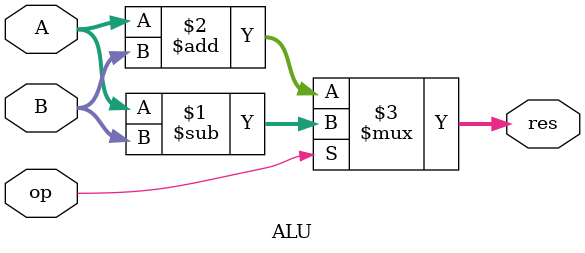
<source format=v>
/* verilator lint_off DECLFILENAME */
`timescale 1ns/1ps
module ALU(input op, input [7:0] A, input [7:0] B, output [8:0] res);
assign res[8:0] = op ? (A[7:0] - B[7:0]) : (A[7:0] + B[7:0]);
endmodule
</source>
